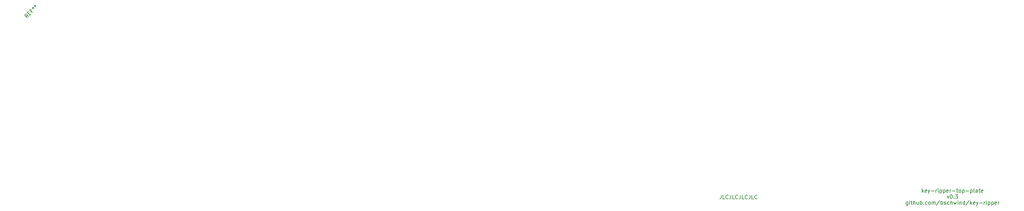
<source format=gto>
G04 #@! TF.GenerationSoftware,KiCad,Pcbnew,(6.0.6-0)*
G04 #@! TF.CreationDate,2023-02-10T21:54:18+09:00*
G04 #@! TF.ProjectId,top-plate,746f702d-706c-4617-9465-2e6b69636164,rev?*
G04 #@! TF.SameCoordinates,Original*
G04 #@! TF.FileFunction,Legend,Top*
G04 #@! TF.FilePolarity,Positive*
%FSLAX46Y46*%
G04 Gerber Fmt 4.6, Leading zero omitted, Abs format (unit mm)*
G04 Created by KiCad (PCBNEW (6.0.6-0)) date 2023-02-10 21:54:18*
%MOMM*%
%LPD*%
G01*
G04 APERTURE LIST*
%ADD10C,0.150000*%
%ADD11C,2.200000*%
G04 APERTURE END LIST*
D10*
X177704761Y-113942380D02*
X177704761Y-112942380D01*
X177800000Y-113561428D02*
X178085714Y-113942380D01*
X178085714Y-113275714D02*
X177704761Y-113656666D01*
X178895238Y-113894761D02*
X178800000Y-113942380D01*
X178609523Y-113942380D01*
X178514285Y-113894761D01*
X178466666Y-113799523D01*
X178466666Y-113418571D01*
X178514285Y-113323333D01*
X178609523Y-113275714D01*
X178800000Y-113275714D01*
X178895238Y-113323333D01*
X178942857Y-113418571D01*
X178942857Y-113513809D01*
X178466666Y-113609047D01*
X179276190Y-113275714D02*
X179514285Y-113942380D01*
X179752380Y-113275714D02*
X179514285Y-113942380D01*
X179419047Y-114180476D01*
X179371428Y-114228095D01*
X179276190Y-114275714D01*
X180133333Y-113561428D02*
X180895238Y-113561428D01*
X181371428Y-113942380D02*
X181371428Y-113275714D01*
X181371428Y-113466190D02*
X181419047Y-113370952D01*
X181466666Y-113323333D01*
X181561904Y-113275714D01*
X181657142Y-113275714D01*
X181990476Y-113942380D02*
X181990476Y-113275714D01*
X181990476Y-112942380D02*
X181942857Y-112990000D01*
X181990476Y-113037619D01*
X182038095Y-112990000D01*
X181990476Y-112942380D01*
X181990476Y-113037619D01*
X182466666Y-113275714D02*
X182466666Y-114275714D01*
X182466666Y-113323333D02*
X182561904Y-113275714D01*
X182752380Y-113275714D01*
X182847619Y-113323333D01*
X182895238Y-113370952D01*
X182942857Y-113466190D01*
X182942857Y-113751904D01*
X182895238Y-113847142D01*
X182847619Y-113894761D01*
X182752380Y-113942380D01*
X182561904Y-113942380D01*
X182466666Y-113894761D01*
X183371428Y-113275714D02*
X183371428Y-114275714D01*
X183371428Y-113323333D02*
X183466666Y-113275714D01*
X183657142Y-113275714D01*
X183752380Y-113323333D01*
X183800000Y-113370952D01*
X183847619Y-113466190D01*
X183847619Y-113751904D01*
X183800000Y-113847142D01*
X183752380Y-113894761D01*
X183657142Y-113942380D01*
X183466666Y-113942380D01*
X183371428Y-113894761D01*
X184657142Y-113894761D02*
X184561904Y-113942380D01*
X184371428Y-113942380D01*
X184276190Y-113894761D01*
X184228571Y-113799523D01*
X184228571Y-113418571D01*
X184276190Y-113323333D01*
X184371428Y-113275714D01*
X184561904Y-113275714D01*
X184657142Y-113323333D01*
X184704761Y-113418571D01*
X184704761Y-113513809D01*
X184228571Y-113609047D01*
X185133333Y-113942380D02*
X185133333Y-113275714D01*
X185133333Y-113466190D02*
X185180952Y-113370952D01*
X185228571Y-113323333D01*
X185323809Y-113275714D01*
X185419047Y-113275714D01*
X185752380Y-113561428D02*
X186514285Y-113561428D01*
X186847619Y-113275714D02*
X187228571Y-113275714D01*
X186990476Y-112942380D02*
X186990476Y-113799523D01*
X187038095Y-113894761D01*
X187133333Y-113942380D01*
X187228571Y-113942380D01*
X187704761Y-113942380D02*
X187609523Y-113894761D01*
X187561904Y-113847142D01*
X187514285Y-113751904D01*
X187514285Y-113466190D01*
X187561904Y-113370952D01*
X187609523Y-113323333D01*
X187704761Y-113275714D01*
X187847619Y-113275714D01*
X187942857Y-113323333D01*
X187990476Y-113370952D01*
X188038095Y-113466190D01*
X188038095Y-113751904D01*
X187990476Y-113847142D01*
X187942857Y-113894761D01*
X187847619Y-113942380D01*
X187704761Y-113942380D01*
X188466666Y-113275714D02*
X188466666Y-114275714D01*
X188466666Y-113323333D02*
X188561904Y-113275714D01*
X188752380Y-113275714D01*
X188847619Y-113323333D01*
X188895238Y-113370952D01*
X188942857Y-113466190D01*
X188942857Y-113751904D01*
X188895238Y-113847142D01*
X188847619Y-113894761D01*
X188752380Y-113942380D01*
X188561904Y-113942380D01*
X188466666Y-113894761D01*
X189371428Y-113561428D02*
X190133333Y-113561428D01*
X190609523Y-113275714D02*
X190609523Y-114275714D01*
X190609523Y-113323333D02*
X190704761Y-113275714D01*
X190895238Y-113275714D01*
X190990476Y-113323333D01*
X191038095Y-113370952D01*
X191085714Y-113466190D01*
X191085714Y-113751904D01*
X191038095Y-113847142D01*
X190990476Y-113894761D01*
X190895238Y-113942380D01*
X190704761Y-113942380D01*
X190609523Y-113894761D01*
X191657142Y-113942380D02*
X191561904Y-113894761D01*
X191514285Y-113799523D01*
X191514285Y-112942380D01*
X192466666Y-113942380D02*
X192466666Y-113418571D01*
X192419047Y-113323333D01*
X192323809Y-113275714D01*
X192133333Y-113275714D01*
X192038095Y-113323333D01*
X192466666Y-113894761D02*
X192371428Y-113942380D01*
X192133333Y-113942380D01*
X192038095Y-113894761D01*
X191990476Y-113799523D01*
X191990476Y-113704285D01*
X192038095Y-113609047D01*
X192133333Y-113561428D01*
X192371428Y-113561428D01*
X192466666Y-113513809D01*
X192800000Y-113275714D02*
X193180952Y-113275714D01*
X192942857Y-112942380D02*
X192942857Y-113799523D01*
X192990476Y-113894761D01*
X193085714Y-113942380D01*
X193180952Y-113942380D01*
X193895238Y-113894761D02*
X193800000Y-113942380D01*
X193609523Y-113942380D01*
X193514285Y-113894761D01*
X193466666Y-113799523D01*
X193466666Y-113418571D01*
X193514285Y-113323333D01*
X193609523Y-113275714D01*
X193800000Y-113275714D01*
X193895238Y-113323333D01*
X193942857Y-113418571D01*
X193942857Y-113513809D01*
X193466666Y-113609047D01*
X184371428Y-114885714D02*
X184609523Y-115552380D01*
X184847619Y-114885714D01*
X185419047Y-114552380D02*
X185514285Y-114552380D01*
X185609523Y-114600000D01*
X185657142Y-114647619D01*
X185704761Y-114742857D01*
X185752380Y-114933333D01*
X185752380Y-115171428D01*
X185704761Y-115361904D01*
X185657142Y-115457142D01*
X185609523Y-115504761D01*
X185514285Y-115552380D01*
X185419047Y-115552380D01*
X185323809Y-115504761D01*
X185276190Y-115457142D01*
X185228571Y-115361904D01*
X185180952Y-115171428D01*
X185180952Y-114933333D01*
X185228571Y-114742857D01*
X185276190Y-114647619D01*
X185323809Y-114600000D01*
X185419047Y-114552380D01*
X186180952Y-115457142D02*
X186228571Y-115504761D01*
X186180952Y-115552380D01*
X186133333Y-115504761D01*
X186180952Y-115457142D01*
X186180952Y-115552380D01*
X186561904Y-114552380D02*
X187180952Y-114552380D01*
X186847619Y-114933333D01*
X186990476Y-114933333D01*
X187085714Y-114980952D01*
X187133333Y-115028571D01*
X187180952Y-115123809D01*
X187180952Y-115361904D01*
X187133333Y-115457142D01*
X187085714Y-115504761D01*
X186990476Y-115552380D01*
X186704761Y-115552380D01*
X186609523Y-115504761D01*
X186561904Y-115457142D01*
X173871428Y-116495714D02*
X173871428Y-117305238D01*
X173823809Y-117400476D01*
X173776190Y-117448095D01*
X173680952Y-117495714D01*
X173538095Y-117495714D01*
X173442857Y-117448095D01*
X173871428Y-117114761D02*
X173776190Y-117162380D01*
X173585714Y-117162380D01*
X173490476Y-117114761D01*
X173442857Y-117067142D01*
X173395238Y-116971904D01*
X173395238Y-116686190D01*
X173442857Y-116590952D01*
X173490476Y-116543333D01*
X173585714Y-116495714D01*
X173776190Y-116495714D01*
X173871428Y-116543333D01*
X174347619Y-117162380D02*
X174347619Y-116495714D01*
X174347619Y-116162380D02*
X174300000Y-116210000D01*
X174347619Y-116257619D01*
X174395238Y-116210000D01*
X174347619Y-116162380D01*
X174347619Y-116257619D01*
X174680952Y-116495714D02*
X175061904Y-116495714D01*
X174823809Y-116162380D02*
X174823809Y-117019523D01*
X174871428Y-117114761D01*
X174966666Y-117162380D01*
X175061904Y-117162380D01*
X175395238Y-117162380D02*
X175395238Y-116162380D01*
X175823809Y-117162380D02*
X175823809Y-116638571D01*
X175776190Y-116543333D01*
X175680952Y-116495714D01*
X175538095Y-116495714D01*
X175442857Y-116543333D01*
X175395238Y-116590952D01*
X176728571Y-116495714D02*
X176728571Y-117162380D01*
X176300000Y-116495714D02*
X176300000Y-117019523D01*
X176347619Y-117114761D01*
X176442857Y-117162380D01*
X176585714Y-117162380D01*
X176680952Y-117114761D01*
X176728571Y-117067142D01*
X177204761Y-117162380D02*
X177204761Y-116162380D01*
X177204761Y-116543333D02*
X177300000Y-116495714D01*
X177490476Y-116495714D01*
X177585714Y-116543333D01*
X177633333Y-116590952D01*
X177680952Y-116686190D01*
X177680952Y-116971904D01*
X177633333Y-117067142D01*
X177585714Y-117114761D01*
X177490476Y-117162380D01*
X177300000Y-117162380D01*
X177204761Y-117114761D01*
X178109523Y-117067142D02*
X178157142Y-117114761D01*
X178109523Y-117162380D01*
X178061904Y-117114761D01*
X178109523Y-117067142D01*
X178109523Y-117162380D01*
X179014285Y-117114761D02*
X178919047Y-117162380D01*
X178728571Y-117162380D01*
X178633333Y-117114761D01*
X178585714Y-117067142D01*
X178538095Y-116971904D01*
X178538095Y-116686190D01*
X178585714Y-116590952D01*
X178633333Y-116543333D01*
X178728571Y-116495714D01*
X178919047Y-116495714D01*
X179014285Y-116543333D01*
X179585714Y-117162380D02*
X179490476Y-117114761D01*
X179442857Y-117067142D01*
X179395238Y-116971904D01*
X179395238Y-116686190D01*
X179442857Y-116590952D01*
X179490476Y-116543333D01*
X179585714Y-116495714D01*
X179728571Y-116495714D01*
X179823809Y-116543333D01*
X179871428Y-116590952D01*
X179919047Y-116686190D01*
X179919047Y-116971904D01*
X179871428Y-117067142D01*
X179823809Y-117114761D01*
X179728571Y-117162380D01*
X179585714Y-117162380D01*
X180347619Y-117162380D02*
X180347619Y-116495714D01*
X180347619Y-116590952D02*
X180395238Y-116543333D01*
X180490476Y-116495714D01*
X180633333Y-116495714D01*
X180728571Y-116543333D01*
X180776190Y-116638571D01*
X180776190Y-117162380D01*
X180776190Y-116638571D02*
X180823809Y-116543333D01*
X180919047Y-116495714D01*
X181061904Y-116495714D01*
X181157142Y-116543333D01*
X181204761Y-116638571D01*
X181204761Y-117162380D01*
X182395238Y-116114761D02*
X181538095Y-117400476D01*
X182728571Y-117162380D02*
X182728571Y-116162380D01*
X182728571Y-116543333D02*
X182823809Y-116495714D01*
X183014285Y-116495714D01*
X183109523Y-116543333D01*
X183157142Y-116590952D01*
X183204761Y-116686190D01*
X183204761Y-116971904D01*
X183157142Y-117067142D01*
X183109523Y-117114761D01*
X183014285Y-117162380D01*
X182823809Y-117162380D01*
X182728571Y-117114761D01*
X183585714Y-117114761D02*
X183680952Y-117162380D01*
X183871428Y-117162380D01*
X183966666Y-117114761D01*
X184014285Y-117019523D01*
X184014285Y-116971904D01*
X183966666Y-116876666D01*
X183871428Y-116829047D01*
X183728571Y-116829047D01*
X183633333Y-116781428D01*
X183585714Y-116686190D01*
X183585714Y-116638571D01*
X183633333Y-116543333D01*
X183728571Y-116495714D01*
X183871428Y-116495714D01*
X183966666Y-116543333D01*
X184871428Y-117114761D02*
X184776190Y-117162380D01*
X184585714Y-117162380D01*
X184490476Y-117114761D01*
X184442857Y-117067142D01*
X184395238Y-116971904D01*
X184395238Y-116686190D01*
X184442857Y-116590952D01*
X184490476Y-116543333D01*
X184585714Y-116495714D01*
X184776190Y-116495714D01*
X184871428Y-116543333D01*
X185300000Y-117162380D02*
X185300000Y-116162380D01*
X185728571Y-117162380D02*
X185728571Y-116638571D01*
X185680952Y-116543333D01*
X185585714Y-116495714D01*
X185442857Y-116495714D01*
X185347619Y-116543333D01*
X185300000Y-116590952D01*
X186109523Y-116495714D02*
X186300000Y-117162380D01*
X186490476Y-116686190D01*
X186680952Y-117162380D01*
X186871428Y-116495714D01*
X187252380Y-117162380D02*
X187252380Y-116495714D01*
X187252380Y-116162380D02*
X187204761Y-116210000D01*
X187252380Y-116257619D01*
X187300000Y-116210000D01*
X187252380Y-116162380D01*
X187252380Y-116257619D01*
X187728571Y-116495714D02*
X187728571Y-117162380D01*
X187728571Y-116590952D02*
X187776190Y-116543333D01*
X187871428Y-116495714D01*
X188014285Y-116495714D01*
X188109523Y-116543333D01*
X188157142Y-116638571D01*
X188157142Y-117162380D01*
X189061904Y-117162380D02*
X189061904Y-116162380D01*
X189061904Y-117114761D02*
X188966666Y-117162380D01*
X188776190Y-117162380D01*
X188680952Y-117114761D01*
X188633333Y-117067142D01*
X188585714Y-116971904D01*
X188585714Y-116686190D01*
X188633333Y-116590952D01*
X188680952Y-116543333D01*
X188776190Y-116495714D01*
X188966666Y-116495714D01*
X189061904Y-116543333D01*
X190252380Y-116114761D02*
X189395238Y-117400476D01*
X190585714Y-117162380D02*
X190585714Y-116162380D01*
X190680952Y-116781428D02*
X190966666Y-117162380D01*
X190966666Y-116495714D02*
X190585714Y-116876666D01*
X191776190Y-117114761D02*
X191680952Y-117162380D01*
X191490476Y-117162380D01*
X191395238Y-117114761D01*
X191347619Y-117019523D01*
X191347619Y-116638571D01*
X191395238Y-116543333D01*
X191490476Y-116495714D01*
X191680952Y-116495714D01*
X191776190Y-116543333D01*
X191823809Y-116638571D01*
X191823809Y-116733809D01*
X191347619Y-116829047D01*
X192157142Y-116495714D02*
X192395238Y-117162380D01*
X192633333Y-116495714D02*
X192395238Y-117162380D01*
X192300000Y-117400476D01*
X192252380Y-117448095D01*
X192157142Y-117495714D01*
X193014285Y-116781428D02*
X193776190Y-116781428D01*
X194252380Y-117162380D02*
X194252380Y-116495714D01*
X194252380Y-116686190D02*
X194300000Y-116590952D01*
X194347619Y-116543333D01*
X194442857Y-116495714D01*
X194538095Y-116495714D01*
X194871428Y-117162380D02*
X194871428Y-116495714D01*
X194871428Y-116162380D02*
X194823809Y-116210000D01*
X194871428Y-116257619D01*
X194919047Y-116210000D01*
X194871428Y-116162380D01*
X194871428Y-116257619D01*
X195347619Y-116495714D02*
X195347619Y-117495714D01*
X195347619Y-116543333D02*
X195442857Y-116495714D01*
X195633333Y-116495714D01*
X195728571Y-116543333D01*
X195776190Y-116590952D01*
X195823809Y-116686190D01*
X195823809Y-116971904D01*
X195776190Y-117067142D01*
X195728571Y-117114761D01*
X195633333Y-117162380D01*
X195442857Y-117162380D01*
X195347619Y-117114761D01*
X196252380Y-116495714D02*
X196252380Y-117495714D01*
X196252380Y-116543333D02*
X196347619Y-116495714D01*
X196538095Y-116495714D01*
X196633333Y-116543333D01*
X196680952Y-116590952D01*
X196728571Y-116686190D01*
X196728571Y-116971904D01*
X196680952Y-117067142D01*
X196633333Y-117114761D01*
X196538095Y-117162380D01*
X196347619Y-117162380D01*
X196252380Y-117114761D01*
X197538095Y-117114761D02*
X197442857Y-117162380D01*
X197252380Y-117162380D01*
X197157142Y-117114761D01*
X197109523Y-117019523D01*
X197109523Y-116638571D01*
X197157142Y-116543333D01*
X197252380Y-116495714D01*
X197442857Y-116495714D01*
X197538095Y-116543333D01*
X197585714Y-116638571D01*
X197585714Y-116733809D01*
X197109523Y-116829047D01*
X198014285Y-117162380D02*
X198014285Y-116495714D01*
X198014285Y-116686190D02*
X198061904Y-116590952D01*
X198109523Y-116543333D01*
X198204761Y-116495714D01*
X198300000Y-116495714D01*
X124080952Y-114671180D02*
X124080952Y-115385466D01*
X124033333Y-115528323D01*
X123938095Y-115623561D01*
X123795238Y-115671180D01*
X123700000Y-115671180D01*
X125033333Y-115671180D02*
X124557142Y-115671180D01*
X124557142Y-114671180D01*
X125938095Y-115575942D02*
X125890476Y-115623561D01*
X125747619Y-115671180D01*
X125652380Y-115671180D01*
X125509523Y-115623561D01*
X125414285Y-115528323D01*
X125366666Y-115433085D01*
X125319047Y-115242609D01*
X125319047Y-115099752D01*
X125366666Y-114909276D01*
X125414285Y-114814038D01*
X125509523Y-114718800D01*
X125652380Y-114671180D01*
X125747619Y-114671180D01*
X125890476Y-114718800D01*
X125938095Y-114766419D01*
X126652380Y-114671180D02*
X126652380Y-115385466D01*
X126604761Y-115528323D01*
X126509523Y-115623561D01*
X126366666Y-115671180D01*
X126271428Y-115671180D01*
X127604761Y-115671180D02*
X127128571Y-115671180D01*
X127128571Y-114671180D01*
X128509523Y-115575942D02*
X128461904Y-115623561D01*
X128319047Y-115671180D01*
X128223809Y-115671180D01*
X128080952Y-115623561D01*
X127985714Y-115528323D01*
X127938095Y-115433085D01*
X127890476Y-115242609D01*
X127890476Y-115099752D01*
X127938095Y-114909276D01*
X127985714Y-114814038D01*
X128080952Y-114718800D01*
X128223809Y-114671180D01*
X128319047Y-114671180D01*
X128461904Y-114718800D01*
X128509523Y-114766419D01*
X129223809Y-114671180D02*
X129223809Y-115385466D01*
X129176190Y-115528323D01*
X129080952Y-115623561D01*
X128938095Y-115671180D01*
X128842857Y-115671180D01*
X130176190Y-115671180D02*
X129700000Y-115671180D01*
X129700000Y-114671180D01*
X131080952Y-115575942D02*
X131033333Y-115623561D01*
X130890476Y-115671180D01*
X130795238Y-115671180D01*
X130652380Y-115623561D01*
X130557142Y-115528323D01*
X130509523Y-115433085D01*
X130461904Y-115242609D01*
X130461904Y-115099752D01*
X130509523Y-114909276D01*
X130557142Y-114814038D01*
X130652380Y-114718800D01*
X130795238Y-114671180D01*
X130890476Y-114671180D01*
X131033333Y-114718800D01*
X131080952Y-114766419D01*
X131795238Y-114671180D02*
X131795238Y-115385466D01*
X131747619Y-115528323D01*
X131652380Y-115623561D01*
X131509523Y-115671180D01*
X131414285Y-115671180D01*
X132747619Y-115671180D02*
X132271428Y-115671180D01*
X132271428Y-114671180D01*
X133652380Y-115575942D02*
X133604761Y-115623561D01*
X133461904Y-115671180D01*
X133366666Y-115671180D01*
X133223809Y-115623561D01*
X133128571Y-115528323D01*
X133080952Y-115433085D01*
X133033333Y-115242609D01*
X133033333Y-115099752D01*
X133080952Y-114909276D01*
X133128571Y-114814038D01*
X133223809Y-114718800D01*
X133366666Y-114671180D01*
X133461904Y-114671180D01*
X133604761Y-114718800D01*
X133652380Y-114766419D01*
X-60647548Y-66938069D02*
X-61219968Y-66837054D01*
X-61051609Y-67342130D02*
X-61758716Y-66635023D01*
X-61489342Y-66365649D01*
X-61388326Y-66331978D01*
X-61320983Y-66331978D01*
X-61219968Y-66365649D01*
X-61118952Y-66466665D01*
X-61085281Y-66567680D01*
X-61085281Y-66635023D01*
X-61118952Y-66736039D01*
X-61388326Y-67005413D01*
X-60714891Y-66264634D02*
X-60479189Y-66028932D01*
X-60007785Y-66298306D02*
X-60344502Y-66635023D01*
X-61051609Y-65927917D01*
X-60714891Y-65591199D01*
X-59839426Y-65389169D02*
X-60075128Y-65624871D01*
X-59704739Y-65995260D02*
X-60411846Y-65288153D01*
X-60075128Y-64951436D01*
X-59704739Y-64581047D02*
X-59536380Y-64749405D01*
X-59772082Y-64850421D02*
X-59536380Y-64749405D01*
X-59435365Y-64513703D01*
X-59502708Y-64985108D02*
X-59536380Y-64749405D01*
X-59300678Y-64783077D01*
X-59165991Y-64042299D02*
X-58997632Y-64210657D01*
X-59233334Y-64311673D02*
X-58997632Y-64210657D01*
X-58896617Y-63974955D01*
X-58963960Y-64446360D02*
X-58997632Y-64210657D01*
X-58761930Y-64244329D01*
%LPC*%
D11*
X21550000Y-76200000D03*
X138125000Y-21550000D03*
X100000000Y-130850000D03*
X302300000Y-76200000D03*
X38100000Y-30300000D03*
X285700000Y-126400000D03*
X38100000Y-126400000D03*
X285700000Y-30300000D03*
X223800000Y-21550000D03*
X219100000Y-130850000D03*
M02*

</source>
